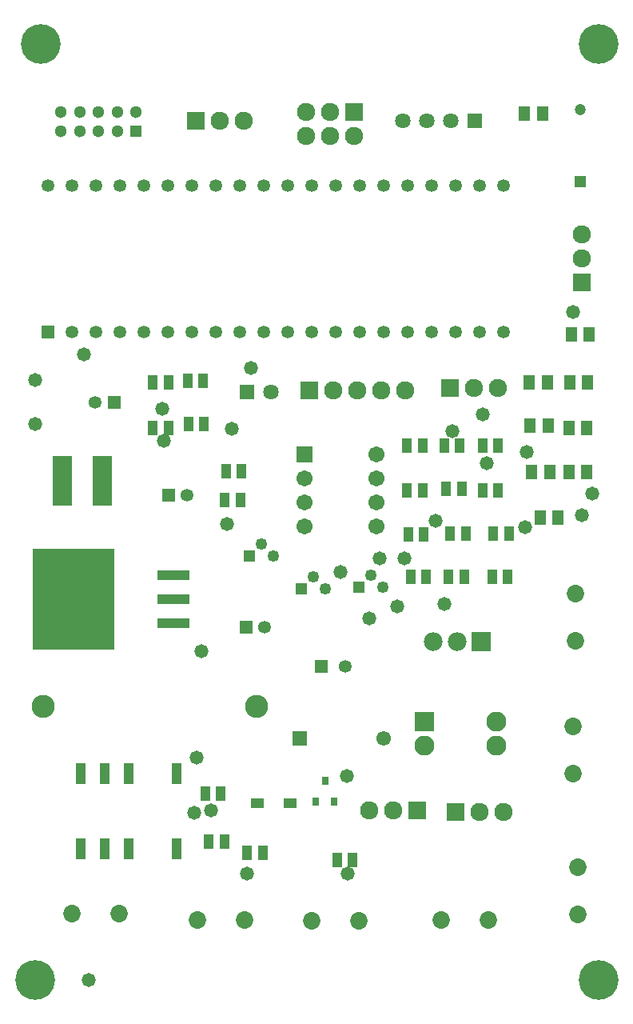
<source format=gbr>
G04*
G04 #@! TF.GenerationSoftware,Altium Limited,Altium Designer,24.4.1 (13)*
G04*
G04 Layer_Color=8388736*
%FSLAX25Y25*%
%MOIN*%
G70*
G04*
G04 #@! TF.SameCoordinates,39C6BCEE-BF29-4FBA-B2CC-8500FC1695F3*
G04*
G04*
G04 #@! TF.FilePolarity,Negative*
G04*
G01*
G75*
%ADD16R,0.04540X0.06312*%
%ADD17R,0.03937X0.08661*%
%ADD18R,0.04147X0.06115*%
%ADD19R,0.08280X0.20879*%
%ADD20R,0.33858X0.42126*%
%ADD21R,0.13386X0.03937*%
%ADD22R,0.05328X0.03950*%
%ADD23R,0.03162X0.03753*%
%ADD24C,0.07296*%
%ADD25R,0.04934X0.04934*%
%ADD26C,0.04934*%
%ADD27C,0.05800*%
%ADD28C,0.07591*%
%ADD29R,0.07591X0.07591*%
%ADD30C,0.05328*%
%ADD31R,0.05328X0.05328*%
%ADD32C,0.09658*%
%ADD33C,0.06102*%
%ADD34R,0.06102X0.06102*%
%ADD35C,0.07835*%
%ADD36R,0.07835X0.07835*%
%ADD37C,0.08300*%
%ADD38R,0.08300X0.08300*%
%ADD39R,0.06706X0.06706*%
%ADD40C,0.06706*%
%ADD41R,0.05118X0.05118*%
%ADD42C,0.05118*%
%ADD43R,0.07591X0.07591*%
%ADD44R,0.05315X0.05315*%
%ADD45C,0.05315*%
%ADD46R,0.06410X0.06410*%
%ADD47C,0.06410*%
%ADD48R,0.06410X0.06410*%
%ADD49R,0.04724X0.04724*%
%ADD50C,0.04724*%
%ADD51C,0.16548*%
D16*
X490260Y326500D02*
D03*
X497740D02*
D03*
X474760D02*
D03*
X482240D02*
D03*
X481480Y346000D02*
D03*
X474000D02*
D03*
X497740Y345000D02*
D03*
X490260D02*
D03*
X485740Y307500D02*
D03*
X478260D02*
D03*
X498740Y384000D02*
D03*
X491260D02*
D03*
X481240Y364000D02*
D03*
X473760D02*
D03*
X497980D02*
D03*
X490500D02*
D03*
X479240Y476000D02*
D03*
X471760D02*
D03*
D17*
X326500Y169504D02*
D03*
X306500D02*
D03*
X296500D02*
D03*
X286500D02*
D03*
Y201000D02*
D03*
X296500D02*
D03*
X306500D02*
D03*
X326500D02*
D03*
D18*
X424252Y283000D02*
D03*
X430748D02*
D03*
X458252D02*
D03*
X464748D02*
D03*
X393500Y165000D02*
D03*
X399996D02*
D03*
X356000Y168000D02*
D03*
X362496D02*
D03*
X346496Y172500D02*
D03*
X340000D02*
D03*
X338500Y192500D02*
D03*
X344996D02*
D03*
X440000Y283000D02*
D03*
X446496D02*
D03*
X429248Y337500D02*
D03*
X422752D02*
D03*
X444748D02*
D03*
X438252D02*
D03*
X460748D02*
D03*
X454252D02*
D03*
X429248Y319000D02*
D03*
X422752D02*
D03*
X445496Y319500D02*
D03*
X439000D02*
D03*
X429748Y300500D02*
D03*
X423252D02*
D03*
X454252Y319000D02*
D03*
X460748D02*
D03*
X440752Y301000D02*
D03*
X447248D02*
D03*
X458752D02*
D03*
X465248D02*
D03*
X347252Y327000D02*
D03*
X353748D02*
D03*
X346752Y315000D02*
D03*
X353248D02*
D03*
X323248Y345000D02*
D03*
X316752D02*
D03*
X337996Y346500D02*
D03*
X331500D02*
D03*
X337748Y364500D02*
D03*
X331252D02*
D03*
X323248Y364000D02*
D03*
X316752D02*
D03*
D19*
X295535Y323000D02*
D03*
X279000D02*
D03*
D20*
X283500Y273500D02*
D03*
D21*
X325232Y283500D02*
D03*
Y273500D02*
D03*
Y263500D02*
D03*
D22*
X360110Y188500D02*
D03*
X373890D02*
D03*
D23*
X388500Y197831D02*
D03*
X392240Y189169D02*
D03*
X384760D02*
D03*
D24*
X335315Y140000D02*
D03*
X355000D02*
D03*
X402685Y139500D02*
D03*
X383000D02*
D03*
X456500Y140000D02*
D03*
X436815D02*
D03*
X302500Y142500D02*
D03*
X282815D02*
D03*
X494000Y162000D02*
D03*
Y142315D02*
D03*
X492000Y201000D02*
D03*
Y220685D02*
D03*
X493000Y256315D02*
D03*
Y276000D02*
D03*
D25*
X378500Y278000D02*
D03*
X357000Y291500D02*
D03*
X402500Y278500D02*
D03*
D26*
X383500Y283000D02*
D03*
X388500Y278000D02*
D03*
X362000Y296500D02*
D03*
X367000Y291500D02*
D03*
X412500Y278500D02*
D03*
X407500Y283500D02*
D03*
D27*
X495500Y308500D02*
D03*
X349500Y344500D02*
D03*
X267500Y346500D02*
D03*
Y365000D02*
D03*
X438220Y271680D02*
D03*
X397500Y200000D02*
D03*
X336793Y251793D02*
D03*
X335000Y207500D02*
D03*
X472500Y335000D02*
D03*
X357500Y370000D02*
D03*
X347500Y305000D02*
D03*
X407094Y265406D02*
D03*
X395000Y285000D02*
D03*
X418723Y270634D02*
D03*
X290000Y115000D02*
D03*
X500000Y317500D02*
D03*
X471800Y303400D02*
D03*
X397846Y159100D02*
D03*
X356000D02*
D03*
X456100Y330100D02*
D03*
X341000Y185500D02*
D03*
X334000Y184500D02*
D03*
X454252Y350600D02*
D03*
X321300Y339500D02*
D03*
X288000Y375700D02*
D03*
X411300Y290600D02*
D03*
X421700D02*
D03*
X441500Y343700D02*
D03*
X434600Y306100D02*
D03*
X320700Y352900D02*
D03*
X491800Y393100D02*
D03*
D28*
X407000Y185500D02*
D03*
X417000D02*
D03*
X463000Y185000D02*
D03*
X453000D02*
D03*
X495500Y425500D02*
D03*
Y415500D02*
D03*
X422000Y360500D02*
D03*
X412000D02*
D03*
X402000D02*
D03*
X392000D02*
D03*
X460500Y361500D02*
D03*
X450500D02*
D03*
X354500Y473000D02*
D03*
X344500D02*
D03*
X380500Y466500D02*
D03*
Y476500D02*
D03*
X390500Y466500D02*
D03*
Y476500D02*
D03*
X400500Y466500D02*
D03*
D29*
X427000Y185500D02*
D03*
X443000Y185000D02*
D03*
X382000Y360500D02*
D03*
X440500Y361500D02*
D03*
X334500Y473000D02*
D03*
X400500Y476500D02*
D03*
D30*
X363374Y262000D02*
D03*
X396843Y245500D02*
D03*
X331000Y317000D02*
D03*
X292626Y355500D02*
D03*
D31*
X355500Y262000D02*
D03*
X387000Y245500D02*
D03*
X323126Y317000D02*
D03*
X300500Y355500D02*
D03*
D32*
X271000Y229000D02*
D03*
X359976D02*
D03*
D33*
X412980Y215500D02*
D03*
D34*
X378020D02*
D03*
D35*
X433500Y256000D02*
D03*
X443500D02*
D03*
D36*
X453500D02*
D03*
D37*
X460000Y222500D02*
D03*
Y212500D02*
D03*
X430000D02*
D03*
D38*
Y222500D02*
D03*
D39*
X380000Y334000D02*
D03*
D40*
Y324000D02*
D03*
Y314000D02*
D03*
Y304000D02*
D03*
X410000Y334000D02*
D03*
Y324000D02*
D03*
Y314000D02*
D03*
Y304000D02*
D03*
D41*
X309748Y468626D02*
D03*
D42*
X301874D02*
D03*
X294000D02*
D03*
X286126D02*
D03*
X278252D02*
D03*
X309748Y476500D02*
D03*
X301874D02*
D03*
X294000D02*
D03*
X286126D02*
D03*
X278252D02*
D03*
D43*
X495500Y405500D02*
D03*
D44*
X273000Y385000D02*
D03*
D45*
X283000D02*
D03*
X293000D02*
D03*
X303000D02*
D03*
X313000D02*
D03*
X323000D02*
D03*
X333000D02*
D03*
X343000D02*
D03*
X353000D02*
D03*
X363000D02*
D03*
X373000D02*
D03*
X383000D02*
D03*
X393000D02*
D03*
X403000D02*
D03*
X413000D02*
D03*
X423000D02*
D03*
X433000D02*
D03*
X443000D02*
D03*
X453000D02*
D03*
X463000D02*
D03*
Y445750D02*
D03*
X453000D02*
D03*
X443000D02*
D03*
X433000D02*
D03*
X423000D02*
D03*
X413000D02*
D03*
X403000D02*
D03*
X393000D02*
D03*
X383000D02*
D03*
X373000D02*
D03*
X363000D02*
D03*
X353000D02*
D03*
X343000D02*
D03*
X333000D02*
D03*
X323000D02*
D03*
X313000D02*
D03*
X303000D02*
D03*
X293000D02*
D03*
X283000D02*
D03*
X273000D02*
D03*
D46*
X356000Y360000D02*
D03*
D47*
X366000D02*
D03*
X421000Y473000D02*
D03*
X431000D02*
D03*
X441000D02*
D03*
D48*
X451000D02*
D03*
D49*
X495000Y447488D02*
D03*
D50*
Y477512D02*
D03*
D51*
X502500Y115000D02*
D03*
X267500D02*
D03*
X502500Y505000D02*
D03*
X270000D02*
D03*
M02*

</source>
